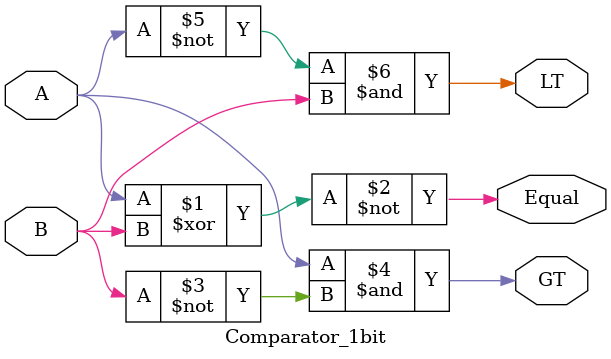
<source format=v>
`timescale 1ns / 1ps


module Comparator_1bit(
    input A,
    input B,
    output Equal,
    output GT,
    output LT
    );
    assign Equal=~(A^B); 
    assign GT=A&~B;
    assign LT=~A&B;
endmodule

</source>
